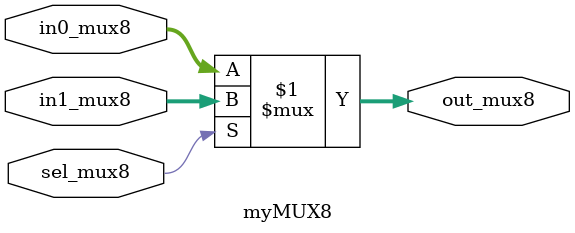
<source format=v>
module myMUX8 (in0_mux8, in1_mux8, sel_mux8, out_mux8);
  input [7:0] in0_mux8, in1_mux8;
  input sel_mux8;
  output [7:0] out_mux8;
  
  assign out_mux8 = sel_mux8 ? in1_mux8 : in0_mux8;
endmodule

</source>
